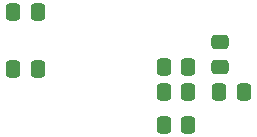
<source format=gbr>
%TF.GenerationSoftware,KiCad,Pcbnew,7.0.9*%
%TF.CreationDate,2024-02-19T11:32:55-03:00*%
%TF.ProjectId,iSTF,69535446-2e6b-4696-9361-645f70636258,rev?*%
%TF.SameCoordinates,Original*%
%TF.FileFunction,Paste,Top*%
%TF.FilePolarity,Positive*%
%FSLAX46Y46*%
G04 Gerber Fmt 4.6, Leading zero omitted, Abs format (unit mm)*
G04 Created by KiCad (PCBNEW 7.0.9) date 2024-02-19 11:32:55*
%MOMM*%
%LPD*%
G01*
G04 APERTURE LIST*
G04 Aperture macros list*
%AMRoundRect*
0 Rectangle with rounded corners*
0 $1 Rounding radius*
0 $2 $3 $4 $5 $6 $7 $8 $9 X,Y pos of 4 corners*
0 Add a 4 corners polygon primitive as box body*
4,1,4,$2,$3,$4,$5,$6,$7,$8,$9,$2,$3,0*
0 Add four circle primitives for the rounded corners*
1,1,$1+$1,$2,$3*
1,1,$1+$1,$4,$5*
1,1,$1+$1,$6,$7*
1,1,$1+$1,$8,$9*
0 Add four rect primitives between the rounded corners*
20,1,$1+$1,$2,$3,$4,$5,0*
20,1,$1+$1,$4,$5,$6,$7,0*
20,1,$1+$1,$6,$7,$8,$9,0*
20,1,$1+$1,$8,$9,$2,$3,0*%
G04 Aperture macros list end*
%ADD10RoundRect,0.250000X0.475000X-0.337500X0.475000X0.337500X-0.475000X0.337500X-0.475000X-0.337500X0*%
%ADD11RoundRect,0.250000X-0.337500X-0.475000X0.337500X-0.475000X0.337500X0.475000X-0.337500X0.475000X0*%
%ADD12RoundRect,0.250000X0.337500X0.475000X-0.337500X0.475000X-0.337500X-0.475000X0.337500X-0.475000X0*%
G04 APERTURE END LIST*
D10*
%TO.C,C9*%
X150030000Y-84179611D03*
X150030000Y-82104611D03*
%TD*%
D11*
%TO.C,C11*%
X132472500Y-79522111D03*
X134547500Y-79522111D03*
%TD*%
D12*
%TO.C,C6*%
X147317500Y-86292111D03*
X145242500Y-86292111D03*
%TD*%
%TO.C,C5*%
X147317500Y-89132111D03*
X145242500Y-89132111D03*
%TD*%
%TO.C,C7*%
X147317500Y-84212111D03*
X145242500Y-84212111D03*
%TD*%
D11*
%TO.C,C8*%
X149942500Y-86292111D03*
X152017500Y-86292111D03*
%TD*%
%TO.C,C12*%
X132472500Y-84402111D03*
X134547500Y-84402111D03*
%TD*%
M02*

</source>
